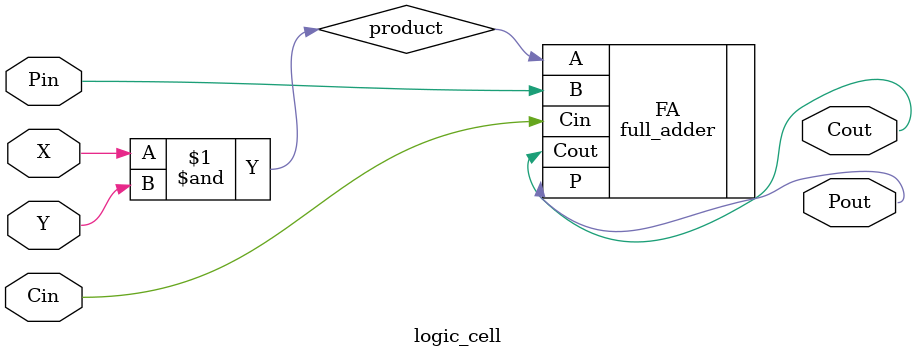
<source format=v>
module logic_cell (
    input wire X, Y, Pin, Cin,
    output wire Pout, Cout
);
    
    wire product;
    and(product, X, Y);

    full_adder FA (
        .A(product),
        .B(Pin),
        .Cin(Cin),
        .P(Pout),
        .Cout(Cout)
    );



endmodule
</source>
